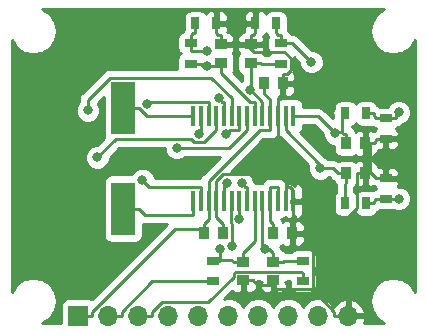
<source format=gtl>
G04 #@! TF.GenerationSoftware,KiCad,Pcbnew,(2018-02-15 revision 29b28de31)-makepkg*
G04 #@! TF.CreationDate,2019-01-06T21:13:36+03:00*
G04 #@! TF.ProjectId,CS5464_Breakout,4353353436345F427265616B6F75742E,rev?*
G04 #@! TF.SameCoordinates,Original*
G04 #@! TF.FileFunction,Copper,L1,Top,Signal*
G04 #@! TF.FilePolarity,Positive*
%FSLAX46Y46*%
G04 Gerber Fmt 4.6, Leading zero omitted, Abs format (unit mm)*
G04 Created by KiCad (PCBNEW (2018-02-15 revision 29b28de31)-makepkg) date 01/06/19 21:13:36*
%MOMM*%
%LPD*%
G01*
G04 APERTURE LIST*
%ADD10R,2.000000X4.500000*%
%ADD11R,1.000000X0.820000*%
%ADD12R,0.820000X1.000000*%
%ADD13R,1.700000X1.700000*%
%ADD14O,1.700000X1.700000*%
%ADD15R,0.450000X1.750000*%
%ADD16R,1.000000X0.670000*%
%ADD17R,0.670000X1.000000*%
%ADD18C,0.800000*%
%ADD19C,0.250000*%
%ADD20C,0.254000*%
G04 APERTURE END LIST*
D10*
X120650000Y-89095000D03*
X120650000Y-97595000D03*
D11*
X133350000Y-102070000D03*
X133350000Y-103670000D03*
X128905000Y-85255000D03*
X128905000Y-83655000D03*
X131445000Y-85255000D03*
X131445000Y-83655000D03*
D12*
X139535000Y-94615000D03*
X141135000Y-94615000D03*
X139535000Y-92075000D03*
X141135000Y-92075000D03*
X129070000Y-99695000D03*
X127470000Y-99695000D03*
X134950000Y-99695000D03*
X133350000Y-99695000D03*
X134150000Y-86995000D03*
X132550000Y-86995000D03*
D11*
X130810000Y-102070000D03*
X130810000Y-103670000D03*
D13*
X116840000Y-106680000D03*
D14*
X119380000Y-106680000D03*
X121920000Y-106680000D03*
X124460000Y-106680000D03*
X127000000Y-106680000D03*
X129540000Y-106680000D03*
X132080000Y-106680000D03*
X134620000Y-106680000D03*
X137160000Y-106680000D03*
X139700000Y-106680000D03*
D15*
X126585000Y-96945000D03*
X127235000Y-96945000D03*
X127885000Y-96945000D03*
X128535000Y-96945000D03*
X129185000Y-96945000D03*
X129835000Y-96945000D03*
X130485000Y-96945000D03*
X131135000Y-96945000D03*
X131785000Y-96945000D03*
X132435000Y-96945000D03*
X133085000Y-96945000D03*
X133735000Y-96945000D03*
X134385000Y-96945000D03*
X135035000Y-96945000D03*
X135035000Y-89745000D03*
X134385000Y-89745000D03*
X133735000Y-89745000D03*
X133085000Y-89745000D03*
X132435000Y-89745000D03*
X131785000Y-89745000D03*
X131135000Y-89745000D03*
X130485000Y-89745000D03*
X129835000Y-89745000D03*
X129185000Y-89745000D03*
X128535000Y-89745000D03*
X127885000Y-89745000D03*
X127235000Y-89745000D03*
X126585000Y-89745000D03*
D16*
X142875000Y-96760000D03*
X142875000Y-95010000D03*
X142875000Y-89930000D03*
X142875000Y-91680000D03*
D17*
X126760000Y-81915000D03*
X128510000Y-81915000D03*
X133590000Y-81915000D03*
X131840000Y-81915000D03*
D16*
X128270000Y-103745000D03*
X128270000Y-101995000D03*
X135890000Y-101995000D03*
X135890000Y-103745000D03*
X126365000Y-83580000D03*
X126365000Y-85330000D03*
X133985000Y-85330000D03*
X133985000Y-83580000D03*
D17*
X141210000Y-97155000D03*
X139460000Y-97155000D03*
X139460000Y-89535000D03*
X141210000Y-89535000D03*
D18*
X138566900Y-91216200D03*
X143979400Y-89431800D03*
X143996900Y-96760000D03*
X137312300Y-94185000D03*
X136569600Y-85186200D03*
X127767900Y-84240300D03*
X132614800Y-101007400D03*
X128822300Y-101024000D03*
X112000000Y-88000000D03*
X112000000Y-85000000D03*
X112000000Y-100000000D03*
X112000000Y-103000000D03*
X141000000Y-81000000D03*
X137000000Y-81000000D03*
X123000000Y-81000000D03*
X119000000Y-81000000D03*
X115000000Y-81000000D03*
X145000000Y-103000000D03*
X145000000Y-100000000D03*
X145000000Y-88000000D03*
X145000000Y-85000000D03*
X129359700Y-91267500D03*
X128735500Y-88244500D03*
X118455900Y-93258000D03*
X122651700Y-88700800D03*
X131376800Y-87529000D03*
X127700900Y-85520900D03*
X129416800Y-95445100D03*
X129835000Y-100728500D03*
X130485000Y-98450300D03*
X127087000Y-91241700D03*
X125179000Y-92457100D03*
X117645900Y-89277000D03*
X122275800Y-95150700D03*
X130705100Y-95452600D03*
D19*
X139460000Y-89535000D02*
X139129900Y-89535000D01*
X139535000Y-92075000D02*
X139535000Y-91249700D01*
X139129900Y-91128600D02*
X139129900Y-89535000D01*
X139251000Y-91249700D02*
X139129900Y-91128600D01*
X139535000Y-91249700D02*
X139251000Y-91249700D01*
X138654500Y-91128600D02*
X138566900Y-91216200D01*
X139129900Y-91128600D02*
X138654500Y-91128600D01*
X137095700Y-89745000D02*
X135035000Y-89745000D01*
X138566900Y-91216200D02*
X137095700Y-89745000D01*
X143700300Y-89710900D02*
X143979400Y-89431800D01*
X143700300Y-89930000D02*
X143700300Y-89710900D01*
X142875000Y-89930000D02*
X143700300Y-89930000D01*
X141870300Y-89750600D02*
X142049700Y-89930000D01*
X141870300Y-89535000D02*
X141870300Y-89750600D01*
X142875000Y-89930000D02*
X142049700Y-89930000D01*
X141210000Y-89535000D02*
X141870300Y-89535000D01*
X142875000Y-96760000D02*
X143996900Y-96760000D01*
X141870300Y-96939400D02*
X142049700Y-96760000D01*
X141870300Y-97155000D02*
X141870300Y-96939400D01*
X142875000Y-96760000D02*
X142049700Y-96760000D01*
X141210000Y-97155000D02*
X141870300Y-97155000D01*
X134385000Y-89745000D02*
X134385000Y-90945300D01*
X139460000Y-95515300D02*
X139535000Y-95440300D01*
X139460000Y-97155000D02*
X139460000Y-95515300D01*
X139535000Y-94615000D02*
X139535000Y-95440300D01*
X137312300Y-93872600D02*
X137312300Y-94185000D01*
X134385000Y-90945300D02*
X137312300Y-93872600D01*
X139535000Y-94615000D02*
X138799700Y-94615000D01*
X138369700Y-94185000D02*
X138799700Y-94615000D01*
X137312300Y-94185000D02*
X138369700Y-94185000D01*
X134963400Y-83580000D02*
X136569600Y-85186200D01*
X133985000Y-83580000D02*
X134963400Y-83580000D01*
X133769400Y-82919700D02*
X133985000Y-82919700D01*
X133590000Y-82740300D02*
X133769400Y-82919700D01*
X133590000Y-81915000D02*
X133590000Y-82740300D01*
X133985000Y-83580000D02*
X133985000Y-82919700D01*
X126544400Y-82740300D02*
X126760000Y-82740300D01*
X126365000Y-82919700D02*
X126544400Y-82740300D01*
X126760000Y-81915000D02*
X126760000Y-82740300D01*
X126365000Y-83249800D02*
X126365000Y-82919700D01*
X126365000Y-83249800D02*
X126365000Y-83580000D01*
X126365000Y-83580000D02*
X126365000Y-84240300D01*
X126365000Y-84240300D02*
X127767900Y-84240300D01*
X134250300Y-101995000D02*
X134175300Y-102070000D01*
X135890000Y-101995000D02*
X134250300Y-101995000D01*
X133350000Y-102070000D02*
X134175300Y-102070000D01*
X133350000Y-102070000D02*
X133350000Y-101334700D01*
X133022800Y-101007400D02*
X132614800Y-101007400D01*
X133022800Y-101007500D02*
X133022800Y-101007400D01*
X133350000Y-101334700D02*
X133022800Y-101007500D01*
X132435000Y-100827600D02*
X132435000Y-96945000D01*
X132614800Y-101007400D02*
X132435000Y-100827600D01*
X123095300Y-106312600D02*
X123095300Y-106680000D01*
X123903200Y-105504700D02*
X123095300Y-106312600D01*
X127816900Y-105504700D02*
X123903200Y-105504700D01*
X129984600Y-103337000D02*
X127816900Y-105504700D01*
X129984600Y-103090300D02*
X129984600Y-103337000D01*
X130140300Y-102934600D02*
X129984600Y-103090300D01*
X135739900Y-102934600D02*
X130140300Y-102934600D01*
X135890000Y-103084700D02*
X135739900Y-102934600D01*
X135890000Y-103745000D02*
X135890000Y-103084700D01*
X121920000Y-106680000D02*
X123095300Y-106680000D01*
X120555300Y-106312700D02*
X120555300Y-106680000D01*
X123123000Y-103745000D02*
X120555300Y-106312700D01*
X128270000Y-103745000D02*
X123123000Y-103745000D01*
X119380000Y-106680000D02*
X120555300Y-106680000D01*
X128725200Y-101995000D02*
X128822300Y-101897900D01*
X128270000Y-101995000D02*
X128725200Y-101995000D01*
X128822300Y-101897900D02*
X128822300Y-101024000D01*
X129812600Y-101897900D02*
X129984700Y-102070000D01*
X128822300Y-101897900D02*
X129812600Y-101897900D01*
X130810000Y-102070000D02*
X129984700Y-102070000D01*
X131785000Y-100359700D02*
X130810000Y-101334700D01*
X131785000Y-96945000D02*
X131785000Y-100359700D01*
X130810000Y-102070000D02*
X130810000Y-101334700D01*
X129070000Y-99695000D02*
X129070000Y-98869700D01*
X128535000Y-98334700D02*
X128535000Y-96945000D01*
X129070000Y-98869700D02*
X128535000Y-98334700D01*
X128535000Y-96945000D02*
X128535000Y-95744700D01*
X131445000Y-83655000D02*
X131032400Y-83655000D01*
X134150000Y-86995000D02*
X134150000Y-86169700D01*
X133735000Y-88235300D02*
X134150000Y-87820300D01*
X133735000Y-89745000D02*
X133735000Y-88235300D01*
X134150000Y-86995000D02*
X134150000Y-87820300D01*
X142049700Y-91895600D02*
X141870300Y-92075000D01*
X142049700Y-91680000D02*
X142049700Y-91895600D01*
X142875000Y-91680000D02*
X142049700Y-91680000D01*
X141502700Y-94615000D02*
X141502700Y-92075000D01*
X141135000Y-92075000D02*
X141502700Y-92075000D01*
X141502700Y-92075000D02*
X141870300Y-92075000D01*
X131660600Y-82919700D02*
X131445000Y-82919700D01*
X131840000Y-82740300D02*
X131660600Y-82919700D01*
X131840000Y-81915000D02*
X131840000Y-82740300D01*
X131445000Y-83655000D02*
X131445000Y-82919700D01*
X131032400Y-83655000D02*
X128905000Y-83655000D01*
X134480300Y-86169700D02*
X134150000Y-86169700D01*
X134810400Y-85839600D02*
X134480300Y-86169700D01*
X134810400Y-84852700D02*
X134810400Y-85839600D01*
X134263100Y-84305400D02*
X134810400Y-84852700D01*
X131682800Y-84305400D02*
X134263100Y-84305400D01*
X131032400Y-83655000D02*
X131682800Y-84305400D01*
X128689400Y-82919700D02*
X128905000Y-82919700D01*
X128510000Y-82740300D02*
X128689400Y-82919700D01*
X128510000Y-81915000D02*
X128510000Y-82740300D01*
X128905000Y-83655000D02*
X128905000Y-82919700D01*
X139700000Y-106680000D02*
X138524700Y-106680000D01*
X138524700Y-106312600D02*
X136617400Y-104405300D01*
X138524700Y-106680000D02*
X138524700Y-106312600D01*
X136617400Y-104405300D02*
X133350000Y-104405300D01*
X141135000Y-94615000D02*
X140399700Y-94615000D01*
X141135000Y-94615000D02*
X141318900Y-94615000D01*
X141318900Y-94615000D02*
X141502700Y-94615000D01*
X141654700Y-94615000D02*
X142049700Y-95010000D01*
X141502700Y-94615000D02*
X141654700Y-94615000D01*
X142875000Y-95010000D02*
X142049700Y-95010000D01*
X136715400Y-104307300D02*
X136617400Y-104405300D01*
X136715400Y-100725100D02*
X136715400Y-104307300D01*
X137235400Y-100725100D02*
X136715400Y-100725100D01*
X140399700Y-97560800D02*
X137235400Y-100725100D01*
X140399700Y-94615000D02*
X140399700Y-97560800D01*
X136715400Y-100725100D02*
X135685300Y-99695000D01*
X134950000Y-99695000D02*
X135037800Y-99695000D01*
X135037800Y-99695000D02*
X135685300Y-99695000D01*
X135037800Y-98148100D02*
X135037800Y-99695000D01*
X135035000Y-98145300D02*
X135037800Y-98148100D01*
X135035000Y-96945000D02*
X135035000Y-98145300D01*
X133350000Y-103670000D02*
X133350000Y-104037600D01*
X133350000Y-104037600D02*
X133350000Y-104405300D01*
X132002900Y-104037600D02*
X131635300Y-103670000D01*
X133350000Y-104037600D02*
X132002900Y-104037600D01*
X130810000Y-103670000D02*
X131635300Y-103670000D01*
X133735000Y-89745000D02*
X133735000Y-94689800D01*
X128535000Y-95233500D02*
X128535000Y-95744700D01*
X129078700Y-94689800D02*
X128535000Y-95233500D01*
X133735000Y-94689800D02*
X129078700Y-94689800D01*
X135035000Y-96945000D02*
X135035000Y-96344800D01*
X134385000Y-96945000D02*
X134385000Y-95744700D01*
X134797800Y-95744700D02*
X134385000Y-95744700D01*
X135035000Y-95981900D02*
X134797800Y-95744700D01*
X135035000Y-96344800D02*
X135035000Y-95981900D01*
X134385000Y-95339800D02*
X134385000Y-95744700D01*
X133735000Y-94689800D02*
X134385000Y-95339800D01*
X122525600Y-98145300D02*
X121975300Y-97595000D01*
X126585000Y-98145300D02*
X122525600Y-98145300D01*
X126585000Y-96945000D02*
X126585000Y-98145300D01*
X120650000Y-97595000D02*
X121975300Y-97595000D01*
X129681900Y-90945300D02*
X129359700Y-91267500D01*
X130485000Y-90945300D02*
X129681900Y-90945300D01*
X130485000Y-89745000D02*
X130485000Y-90945300D01*
X129035700Y-88544700D02*
X128735500Y-88244500D01*
X129185000Y-88544700D02*
X129035700Y-88544700D01*
X129185000Y-89745000D02*
X129185000Y-88544700D01*
X128535000Y-89745000D02*
X128535000Y-90945300D01*
X127509500Y-91970800D02*
X128535000Y-90945300D01*
X126612800Y-91970800D02*
X127509500Y-91970800D01*
X126357800Y-91715800D02*
X126612800Y-91970800D01*
X119998100Y-91715800D02*
X126357800Y-91715800D01*
X118455900Y-93258000D02*
X119998100Y-91715800D01*
X127885000Y-89745000D02*
X127885000Y-88544700D01*
X122807800Y-88544700D02*
X122651700Y-88700800D01*
X127885000Y-88544700D02*
X122807800Y-88544700D01*
X122625300Y-89745000D02*
X121975300Y-89095000D01*
X126585000Y-89745000D02*
X122625300Y-89745000D01*
X120650000Y-89095000D02*
X121975300Y-89095000D01*
X132435000Y-89745000D02*
X132435000Y-88544700D01*
X131445000Y-87529000D02*
X131376800Y-87529000D01*
X131445000Y-87554700D02*
X131445000Y-87529000D01*
X132435000Y-88544700D02*
X131445000Y-87554700D01*
X131445000Y-87529000D02*
X131445000Y-85255000D01*
X132345300Y-85330000D02*
X132270300Y-85255000D01*
X133985000Y-85330000D02*
X132345300Y-85330000D01*
X131445000Y-85255000D02*
X132270300Y-85255000D01*
X131785000Y-89745000D02*
X131785000Y-88544700D01*
X128905000Y-85255000D02*
X128905000Y-85520900D01*
X128905000Y-85520900D02*
X128905000Y-85990300D01*
X126365000Y-85330000D02*
X127190300Y-85330000D01*
X128905000Y-85520900D02*
X127700900Y-85520900D01*
X127381200Y-85520900D02*
X127190300Y-85330000D01*
X127700900Y-85520900D02*
X127381200Y-85520900D01*
X131366800Y-88544700D02*
X131785000Y-88544700D01*
X128905000Y-86082900D02*
X131366800Y-88544700D01*
X128905000Y-85990300D02*
X128905000Y-86082900D01*
X129185000Y-95676900D02*
X129416800Y-95445100D01*
X129185000Y-96945000D02*
X129185000Y-95676900D01*
X129835000Y-98891300D02*
X129835000Y-100728500D01*
X129751600Y-98807900D02*
X129835000Y-98891300D01*
X129751600Y-97028400D02*
X129751600Y-98807900D01*
X129835000Y-96945000D02*
X129751600Y-97028400D01*
X130485000Y-96945000D02*
X130485000Y-98450300D01*
X133085000Y-98604700D02*
X133350000Y-98869700D01*
X133085000Y-96945000D02*
X133085000Y-98604700D01*
X133350000Y-99695000D02*
X133350000Y-98869700D01*
X133735000Y-95744700D02*
X133085000Y-95744700D01*
X133735000Y-96945000D02*
X133735000Y-95744700D01*
X133085000Y-96945000D02*
X133085000Y-95744700D01*
X127235000Y-91093700D02*
X127087000Y-91241700D01*
X127235000Y-89745000D02*
X127235000Y-91093700D01*
X132550000Y-86995000D02*
X132550000Y-87820300D01*
X127885000Y-98454700D02*
X127470000Y-98869700D01*
X127885000Y-96945000D02*
X127885000Y-98454700D01*
X133085000Y-88355300D02*
X133085000Y-89745000D01*
X132550000Y-87820300D02*
X133085000Y-88355300D01*
X133085000Y-89745000D02*
X133085000Y-90945300D01*
X127885000Y-96945000D02*
X127885000Y-95744700D01*
X132186300Y-90945300D02*
X133085000Y-90945300D01*
X127885000Y-95246600D02*
X132186300Y-90945300D01*
X127885000Y-95744700D02*
X127885000Y-95246600D01*
X127470000Y-99695000D02*
X127470000Y-99282300D01*
X127470000Y-99282300D02*
X127470000Y-98869700D01*
X118015300Y-106312700D02*
X118015300Y-106680000D01*
X125045700Y-99282300D02*
X118015300Y-106312700D01*
X127470000Y-99282300D02*
X125045700Y-99282300D01*
X116840000Y-106680000D02*
X118015300Y-106680000D01*
X131135000Y-89745000D02*
X131135000Y-90945300D01*
X129623200Y-92457100D02*
X131135000Y-90945300D01*
X125179000Y-92457100D02*
X129623200Y-92457100D01*
X117645900Y-88386000D02*
X117645900Y-89277000D01*
X119535900Y-86496000D02*
X117645900Y-88386000D01*
X128089400Y-86496000D02*
X119535900Y-86496000D01*
X129835000Y-88241600D02*
X128089400Y-86496000D01*
X129835000Y-89745000D02*
X129835000Y-88241600D01*
X127235000Y-96945000D02*
X127235000Y-95744700D01*
X122869800Y-95744700D02*
X122275800Y-95150700D01*
X127235000Y-95744700D02*
X122869800Y-95744700D01*
X130997200Y-95744700D02*
X130705100Y-95452600D01*
X131135000Y-95744700D02*
X130997200Y-95744700D01*
X131135000Y-96945000D02*
X131135000Y-95744700D01*
D20*
G36*
X142752287Y-80720719D02*
X142109929Y-81149929D01*
X141680719Y-81792287D01*
X141530000Y-82550000D01*
X141680719Y-83307713D01*
X142109929Y-83950071D01*
X142752287Y-84379281D01*
X143510000Y-84530000D01*
X144267713Y-84379281D01*
X144910071Y-83950071D01*
X145339281Y-83307713D01*
X145340001Y-83304094D01*
X145340000Y-104655902D01*
X145339281Y-104652287D01*
X144910071Y-104009929D01*
X144267713Y-103580719D01*
X143510000Y-103430000D01*
X142752287Y-103580719D01*
X142109929Y-104009929D01*
X141680719Y-104652287D01*
X141530000Y-105410000D01*
X141680719Y-106167713D01*
X142109929Y-106810071D01*
X142752287Y-107239281D01*
X142755902Y-107240000D01*
X141046101Y-107240000D01*
X141141486Y-107036892D01*
X141020819Y-106807000D01*
X139827000Y-106807000D01*
X139827000Y-106827000D01*
X139573000Y-106827000D01*
X139573000Y-106807000D01*
X139553000Y-106807000D01*
X139553000Y-106553000D01*
X139573000Y-106553000D01*
X139573000Y-105359845D01*
X139827000Y-105359845D01*
X139827000Y-106553000D01*
X141020819Y-106553000D01*
X141141486Y-106323108D01*
X140895183Y-105798642D01*
X140466924Y-105408355D01*
X140056890Y-105238524D01*
X139827000Y-105359845D01*
X139573000Y-105359845D01*
X139343110Y-105238524D01*
X138933076Y-105408355D01*
X138504817Y-105798642D01*
X138443843Y-105928478D01*
X138230625Y-105609375D01*
X137739418Y-105281161D01*
X137306256Y-105195000D01*
X137013744Y-105195000D01*
X136580582Y-105281161D01*
X136089375Y-105609375D01*
X135890000Y-105907761D01*
X135690625Y-105609375D01*
X135199418Y-105281161D01*
X134766256Y-105195000D01*
X134473744Y-105195000D01*
X134040582Y-105281161D01*
X133549375Y-105609375D01*
X133350000Y-105907761D01*
X133150625Y-105609375D01*
X132659418Y-105281161D01*
X132226256Y-105195000D01*
X131933744Y-105195000D01*
X131500582Y-105281161D01*
X131009375Y-105609375D01*
X130810000Y-105907761D01*
X130610625Y-105609375D01*
X130119418Y-105281161D01*
X129686256Y-105195000D01*
X129393744Y-105195000D01*
X129153642Y-105242759D01*
X129864188Y-104532214D01*
X129950301Y-104618327D01*
X130183690Y-104715000D01*
X130524250Y-104715000D01*
X130683000Y-104556250D01*
X130683000Y-103797000D01*
X130663000Y-103797000D01*
X130663000Y-103694600D01*
X130957000Y-103694600D01*
X130957000Y-103797000D01*
X130937000Y-103797000D01*
X130937000Y-104556250D01*
X131095750Y-104715000D01*
X131436310Y-104715000D01*
X131669699Y-104618327D01*
X131848327Y-104439698D01*
X131945000Y-104206309D01*
X131945000Y-103955750D01*
X131786252Y-103797002D01*
X131945000Y-103797002D01*
X131945000Y-103694600D01*
X132215000Y-103694600D01*
X132215000Y-103797002D01*
X132373748Y-103797002D01*
X132215000Y-103955750D01*
X132215000Y-104206309D01*
X132311673Y-104439698D01*
X132490301Y-104618327D01*
X132723690Y-104715000D01*
X133064250Y-104715000D01*
X133223000Y-104556250D01*
X133223000Y-103797000D01*
X133203000Y-103797000D01*
X133203000Y-103694600D01*
X133497000Y-103694600D01*
X133497000Y-103797000D01*
X133477000Y-103797000D01*
X133477000Y-104556250D01*
X133635750Y-104715000D01*
X133976310Y-104715000D01*
X134209699Y-104618327D01*
X134388327Y-104439698D01*
X134485000Y-104206309D01*
X134485000Y-103955750D01*
X134326252Y-103797002D01*
X134485000Y-103797002D01*
X134485000Y-103694600D01*
X134742560Y-103694600D01*
X134742560Y-104080000D01*
X134791843Y-104327765D01*
X134932191Y-104537809D01*
X135142235Y-104678157D01*
X135390000Y-104727440D01*
X136390000Y-104727440D01*
X136637765Y-104678157D01*
X136847809Y-104537809D01*
X136988157Y-104327765D01*
X137037440Y-104080000D01*
X137037440Y-103410000D01*
X136988157Y-103162235D01*
X136847809Y-102952191D01*
X136724802Y-102870000D01*
X136847809Y-102787809D01*
X136988157Y-102577765D01*
X137037440Y-102330000D01*
X137037440Y-101660000D01*
X136988157Y-101412235D01*
X136847809Y-101202191D01*
X136637765Y-101061843D01*
X136390000Y-101012560D01*
X135390000Y-101012560D01*
X135142235Y-101061843D01*
X134932191Y-101202191D01*
X134910269Y-101235000D01*
X134329731Y-101235000D01*
X134307809Y-101202191D01*
X134097765Y-101061843D01*
X134069496Y-101056220D01*
X134065904Y-101038162D01*
X133978684Y-100907629D01*
X133914581Y-100811692D01*
X134007765Y-100793157D01*
X134147058Y-100700083D01*
X134180302Y-100733327D01*
X134413691Y-100830000D01*
X134664250Y-100830000D01*
X134823000Y-100671250D01*
X134823000Y-99822000D01*
X135077000Y-99822000D01*
X135077000Y-100671250D01*
X135235750Y-100830000D01*
X135486309Y-100830000D01*
X135719698Y-100733327D01*
X135898327Y-100554699D01*
X135995000Y-100321310D01*
X135995000Y-99980750D01*
X135836250Y-99822000D01*
X135077000Y-99822000D01*
X134823000Y-99822000D01*
X134803000Y-99822000D01*
X134803000Y-99568000D01*
X134823000Y-99568000D01*
X134823000Y-98718750D01*
X135077000Y-98718750D01*
X135077000Y-99568000D01*
X135836250Y-99568000D01*
X135995000Y-99409250D01*
X135995000Y-99068690D01*
X135898327Y-98835301D01*
X135719698Y-98656673D01*
X135486309Y-98560000D01*
X135235750Y-98560000D01*
X135077000Y-98718750D01*
X134823000Y-98718750D01*
X134664250Y-98560000D01*
X134413691Y-98560000D01*
X134180302Y-98656673D01*
X134147058Y-98689917D01*
X134080248Y-98645275D01*
X134065904Y-98573163D01*
X133991125Y-98461249D01*
X134030073Y-98453502D01*
X134033690Y-98455000D01*
X134113750Y-98455000D01*
X134136397Y-98432353D01*
X134207765Y-98418157D01*
X134389020Y-98297045D01*
X134450301Y-98358327D01*
X134636847Y-98435597D01*
X134656250Y-98455000D01*
X134763750Y-98455000D01*
X134783153Y-98435597D01*
X134969699Y-98358327D01*
X135147500Y-98180525D01*
X135147500Y-98296250D01*
X135306250Y-98455000D01*
X135386310Y-98455000D01*
X135619699Y-98358327D01*
X135798327Y-98179698D01*
X135895000Y-97946309D01*
X135895000Y-97230750D01*
X135736250Y-97072000D01*
X135147500Y-97072000D01*
X135147500Y-97133250D01*
X135086250Y-97072000D01*
X134888000Y-97072000D01*
X134888000Y-96818000D01*
X135086250Y-96818000D01*
X135147500Y-96756750D01*
X135147500Y-96818000D01*
X135736250Y-96818000D01*
X135895000Y-96659250D01*
X135895000Y-95943691D01*
X135798327Y-95710302D01*
X135619699Y-95531673D01*
X135386310Y-95435000D01*
X135306250Y-95435000D01*
X135147500Y-95593750D01*
X135147500Y-95709475D01*
X134969699Y-95531673D01*
X134783153Y-95454403D01*
X134763750Y-95435000D01*
X134656250Y-95435000D01*
X134636847Y-95454403D01*
X134512002Y-95506115D01*
X134512002Y-95435000D01*
X134442109Y-95435000D01*
X134282929Y-95196771D01*
X134031537Y-95028796D01*
X133809852Y-94984700D01*
X133735000Y-94969811D01*
X133660148Y-94984700D01*
X133159852Y-94984700D01*
X133085000Y-94969811D01*
X133010148Y-94984700D01*
X132788463Y-95028796D01*
X132537071Y-95196771D01*
X132386203Y-95422560D01*
X132210000Y-95422560D01*
X132110000Y-95442451D01*
X132010000Y-95422560D01*
X131833797Y-95422560D01*
X131740100Y-95282333D01*
X131740100Y-95246726D01*
X131582531Y-94866320D01*
X131291380Y-94575169D01*
X130910974Y-94417600D01*
X130499226Y-94417600D01*
X130118820Y-94575169D01*
X130064700Y-94629289D01*
X130003080Y-94567669D01*
X129745447Y-94460954D01*
X132501102Y-91705300D01*
X133010148Y-91705300D01*
X133085000Y-91720189D01*
X133381537Y-91661204D01*
X133632929Y-91493229D01*
X133735000Y-91340469D01*
X133791574Y-91425136D01*
X133837072Y-91493229D01*
X133900528Y-91535629D01*
X136296843Y-93931945D01*
X136277300Y-93979126D01*
X136277300Y-94390874D01*
X136434869Y-94771280D01*
X136726020Y-95062431D01*
X137106426Y-95220000D01*
X137518174Y-95220000D01*
X137898580Y-95062431D01*
X138016011Y-94945000D01*
X138054899Y-94945000D01*
X138209369Y-95099470D01*
X138251771Y-95162929D01*
X138377182Y-95246726D01*
X138503162Y-95330904D01*
X138521220Y-95334496D01*
X138526843Y-95362765D01*
X138667191Y-95572809D01*
X138700001Y-95594732D01*
X138700001Y-96175268D01*
X138667191Y-96197191D01*
X138526843Y-96407235D01*
X138477560Y-96655000D01*
X138477560Y-97655000D01*
X138526843Y-97902765D01*
X138667191Y-98112809D01*
X138877235Y-98253157D01*
X139125000Y-98302440D01*
X139795000Y-98302440D01*
X140042765Y-98253157D01*
X140252809Y-98112809D01*
X140335000Y-97989802D01*
X140417191Y-98112809D01*
X140627235Y-98253157D01*
X140875000Y-98302440D01*
X141545000Y-98302440D01*
X141792765Y-98253157D01*
X142002809Y-98112809D01*
X142143157Y-97902765D01*
X142148780Y-97874496D01*
X142166837Y-97870904D01*
X142362745Y-97740002D01*
X142375000Y-97742440D01*
X143375000Y-97742440D01*
X143570333Y-97703586D01*
X143791026Y-97795000D01*
X144202774Y-97795000D01*
X144583180Y-97637431D01*
X144874331Y-97346280D01*
X145031900Y-96965874D01*
X145031900Y-96554126D01*
X144874331Y-96173720D01*
X144583180Y-95882569D01*
X144202774Y-95725000D01*
X143893025Y-95725000D01*
X143913327Y-95704698D01*
X144010000Y-95471309D01*
X144010000Y-95295750D01*
X143851250Y-95137000D01*
X143002000Y-95137000D01*
X143002000Y-95157000D01*
X142748000Y-95157000D01*
X142748000Y-95137000D01*
X142728000Y-95137000D01*
X142728000Y-94883000D01*
X142748000Y-94883000D01*
X142748000Y-94198750D01*
X143002000Y-94198750D01*
X143002000Y-94883000D01*
X143851250Y-94883000D01*
X144010000Y-94724250D01*
X144010000Y-94548691D01*
X143913327Y-94315302D01*
X143734699Y-94136673D01*
X143501310Y-94040000D01*
X143160750Y-94040000D01*
X143002000Y-94198750D01*
X142748000Y-94198750D01*
X142589250Y-94040000D01*
X142248690Y-94040000D01*
X142180000Y-94068452D01*
X142180000Y-93988690D01*
X142083327Y-93755301D01*
X141904698Y-93576673D01*
X141671309Y-93480000D01*
X141420750Y-93480000D01*
X141262000Y-93638750D01*
X141262000Y-94488000D01*
X141282000Y-94488000D01*
X141282000Y-94742000D01*
X141262000Y-94742000D01*
X141262000Y-95591250D01*
X141420750Y-95750000D01*
X141671309Y-95750000D01*
X141828473Y-95684901D01*
X141836673Y-95704698D01*
X142015301Y-95883327D01*
X142032216Y-95890333D01*
X141917191Y-95967191D01*
X141883070Y-96018256D01*
X141753163Y-96044096D01*
X141747547Y-96047849D01*
X141545000Y-96007560D01*
X140875000Y-96007560D01*
X140627235Y-96056843D01*
X140417191Y-96197191D01*
X140335000Y-96320198D01*
X140252809Y-96197191D01*
X140220000Y-96175269D01*
X140220000Y-95783088D01*
X140250904Y-95736837D01*
X140265248Y-95664725D01*
X140332058Y-95620083D01*
X140365302Y-95653327D01*
X140598691Y-95750000D01*
X140849250Y-95750000D01*
X141008000Y-95591250D01*
X141008000Y-94742000D01*
X140988000Y-94742000D01*
X140988000Y-94488000D01*
X141008000Y-94488000D01*
X141008000Y-93638750D01*
X140849250Y-93480000D01*
X140598691Y-93480000D01*
X140365302Y-93576673D01*
X140332058Y-93609917D01*
X140192765Y-93516843D01*
X139945000Y-93467560D01*
X139125000Y-93467560D01*
X138877235Y-93516843D01*
X138807465Y-93563462D01*
X138666237Y-93469096D01*
X138444552Y-93425000D01*
X138444547Y-93425000D01*
X138369700Y-93410112D01*
X138294853Y-93425000D01*
X138016011Y-93425000D01*
X137898580Y-93307569D01*
X137767973Y-93253470D01*
X135642578Y-91128077D01*
X135717809Y-91077809D01*
X135858157Y-90867765D01*
X135907440Y-90620000D01*
X135907440Y-90505000D01*
X136780899Y-90505000D01*
X137531900Y-91256002D01*
X137531900Y-91422074D01*
X137689469Y-91802480D01*
X137980620Y-92093631D01*
X138361026Y-92251200D01*
X138477560Y-92251200D01*
X138477560Y-92575000D01*
X138526843Y-92822765D01*
X138667191Y-93032809D01*
X138877235Y-93173157D01*
X139125000Y-93222440D01*
X139945000Y-93222440D01*
X140192765Y-93173157D01*
X140332058Y-93080083D01*
X140365302Y-93113327D01*
X140598691Y-93210000D01*
X140849250Y-93210000D01*
X141008000Y-93051250D01*
X141008000Y-92202000D01*
X140988000Y-92202000D01*
X140988000Y-91948000D01*
X141008000Y-91948000D01*
X141008000Y-91098750D01*
X140849250Y-90940000D01*
X140598691Y-90940000D01*
X140365302Y-91036673D01*
X140332058Y-91069917D01*
X140265248Y-91025275D01*
X140250904Y-90953163D01*
X140082929Y-90701771D01*
X139994584Y-90642741D01*
X140042765Y-90633157D01*
X140252809Y-90492809D01*
X140335000Y-90369802D01*
X140417191Y-90492809D01*
X140627235Y-90633157D01*
X140875000Y-90682440D01*
X141545000Y-90682440D01*
X141747547Y-90642151D01*
X141753163Y-90645904D01*
X141883070Y-90671744D01*
X141917191Y-90722809D01*
X142032216Y-90799667D01*
X142015301Y-90806673D01*
X141836673Y-90985302D01*
X141828473Y-91005099D01*
X141671309Y-90940000D01*
X141420750Y-90940000D01*
X141262000Y-91098750D01*
X141262000Y-91948000D01*
X141282000Y-91948000D01*
X141282000Y-92202000D01*
X141262000Y-92202000D01*
X141262000Y-93051250D01*
X141420750Y-93210000D01*
X141671309Y-93210000D01*
X141904698Y-93113327D01*
X142083327Y-92934699D01*
X142180000Y-92701310D01*
X142180000Y-92621548D01*
X142248690Y-92650000D01*
X142589250Y-92650000D01*
X142748000Y-92491250D01*
X142748000Y-91807000D01*
X143002000Y-91807000D01*
X143002000Y-92491250D01*
X143160750Y-92650000D01*
X143501310Y-92650000D01*
X143734699Y-92553327D01*
X143913327Y-92374698D01*
X144010000Y-92141309D01*
X144010000Y-91965750D01*
X143851250Y-91807000D01*
X143002000Y-91807000D01*
X142748000Y-91807000D01*
X142728000Y-91807000D01*
X142728000Y-91553000D01*
X142748000Y-91553000D01*
X142748000Y-91533000D01*
X143002000Y-91533000D01*
X143002000Y-91553000D01*
X143851250Y-91553000D01*
X144010000Y-91394250D01*
X144010000Y-91218691D01*
X143913327Y-90985302D01*
X143734699Y-90806673D01*
X143717784Y-90799667D01*
X143832809Y-90722809D01*
X143866930Y-90671744D01*
X143996837Y-90645904D01*
X144248229Y-90477929D01*
X144282603Y-90426485D01*
X144565680Y-90309231D01*
X144856831Y-90018080D01*
X145014400Y-89637674D01*
X145014400Y-89225926D01*
X144856831Y-88845520D01*
X144565680Y-88554369D01*
X144185274Y-88396800D01*
X143773526Y-88396800D01*
X143393120Y-88554369D01*
X143101969Y-88845520D01*
X143059703Y-88947560D01*
X142375000Y-88947560D01*
X142362745Y-88949998D01*
X142166837Y-88819096D01*
X142148780Y-88815504D01*
X142143157Y-88787235D01*
X142002809Y-88577191D01*
X141792765Y-88436843D01*
X141545000Y-88387560D01*
X140875000Y-88387560D01*
X140627235Y-88436843D01*
X140417191Y-88577191D01*
X140335000Y-88700198D01*
X140252809Y-88577191D01*
X140042765Y-88436843D01*
X139795000Y-88387560D01*
X139125000Y-88387560D01*
X138877235Y-88436843D01*
X138667191Y-88577191D01*
X138526843Y-88787235D01*
X138477560Y-89035000D01*
X138477560Y-89143333D01*
X138413996Y-89238463D01*
X138355011Y-89535000D01*
X138369901Y-89609856D01*
X138369901Y-89944399D01*
X137686031Y-89260530D01*
X137643629Y-89197071D01*
X137392237Y-89029096D01*
X137170552Y-88985000D01*
X137170547Y-88985000D01*
X137095700Y-88970112D01*
X137020853Y-88985000D01*
X135907440Y-88985000D01*
X135907440Y-88870000D01*
X135858157Y-88622235D01*
X135717809Y-88412191D01*
X135507765Y-88271843D01*
X135260000Y-88222560D01*
X134810000Y-88222560D01*
X134710000Y-88242451D01*
X134610000Y-88222560D01*
X134160000Y-88222560D01*
X134089927Y-88236498D01*
X134086310Y-88235000D01*
X134006250Y-88235000D01*
X133983603Y-88257647D01*
X133912235Y-88271843D01*
X133862002Y-88305408D01*
X133862002Y-88235000D01*
X133835960Y-88235000D01*
X133815074Y-88130000D01*
X133864250Y-88130000D01*
X134023000Y-87971250D01*
X134023000Y-87122000D01*
X134277000Y-87122000D01*
X134277000Y-87971250D01*
X134435750Y-88130000D01*
X134686309Y-88130000D01*
X134919698Y-88033327D01*
X135098327Y-87854699D01*
X135195000Y-87621310D01*
X135195000Y-87280750D01*
X135036250Y-87122000D01*
X134277000Y-87122000D01*
X134023000Y-87122000D01*
X134003000Y-87122000D01*
X134003000Y-86868000D01*
X134023000Y-86868000D01*
X134023000Y-86848000D01*
X134277000Y-86848000D01*
X134277000Y-86868000D01*
X135036250Y-86868000D01*
X135195000Y-86709250D01*
X135195000Y-86368690D01*
X135098327Y-86135301D01*
X135000097Y-86037072D01*
X135083157Y-85912765D01*
X135132440Y-85665000D01*
X135132440Y-84995000D01*
X135089941Y-84781343D01*
X135534600Y-85226002D01*
X135534600Y-85392074D01*
X135692169Y-85772480D01*
X135983320Y-86063631D01*
X136363726Y-86221200D01*
X136775474Y-86221200D01*
X137155880Y-86063631D01*
X137447031Y-85772480D01*
X137604600Y-85392074D01*
X137604600Y-84980326D01*
X137447031Y-84599920D01*
X137155880Y-84308769D01*
X136775474Y-84151200D01*
X136609402Y-84151200D01*
X135553731Y-83095530D01*
X135511329Y-83032071D01*
X135259937Y-82864096D01*
X135038252Y-82820000D01*
X135038247Y-82820000D01*
X134963400Y-82805112D01*
X134955794Y-82806625D01*
X134942809Y-82787191D01*
X134732765Y-82646843D01*
X134704496Y-82641220D01*
X134700904Y-82623163D01*
X134570002Y-82427255D01*
X134572440Y-82415000D01*
X134572440Y-81415000D01*
X134523157Y-81167235D01*
X134382809Y-80957191D01*
X134172765Y-80816843D01*
X133925000Y-80767560D01*
X133255000Y-80767560D01*
X133007235Y-80816843D01*
X132797191Y-80957191D01*
X132720333Y-81072216D01*
X132713327Y-81055301D01*
X132534698Y-80876673D01*
X132301309Y-80780000D01*
X132125750Y-80780000D01*
X131967000Y-80938750D01*
X131967000Y-81788000D01*
X131987000Y-81788000D01*
X131987000Y-82042000D01*
X131967000Y-82042000D01*
X131967000Y-82062000D01*
X131713000Y-82062000D01*
X131713000Y-82042000D01*
X131028750Y-82042000D01*
X130870000Y-82200750D01*
X130870000Y-82541310D01*
X130898452Y-82610000D01*
X130818690Y-82610000D01*
X130585301Y-82706673D01*
X130406673Y-82885302D01*
X130310000Y-83118691D01*
X130310000Y-83369250D01*
X130468750Y-83528000D01*
X131318000Y-83528000D01*
X131318000Y-83508000D01*
X131572000Y-83508000D01*
X131572000Y-83528000D01*
X132421250Y-83528000D01*
X132580000Y-83369250D01*
X132580000Y-83118691D01*
X132514901Y-82961527D01*
X132534698Y-82953327D01*
X132713327Y-82774699D01*
X132720333Y-82757784D01*
X132797191Y-82872809D01*
X132848256Y-82906930D01*
X132869387Y-83013157D01*
X132874097Y-83036837D01*
X132877849Y-83042452D01*
X132837560Y-83245000D01*
X132837560Y-83915000D01*
X132886843Y-84162765D01*
X133027191Y-84372809D01*
X133150198Y-84455000D01*
X133027191Y-84537191D01*
X133005269Y-84570000D01*
X132613088Y-84570000D01*
X132566837Y-84539096D01*
X132494725Y-84524752D01*
X132450083Y-84457942D01*
X132483327Y-84424698D01*
X132580000Y-84191309D01*
X132580000Y-83940750D01*
X132421250Y-83782000D01*
X131572000Y-83782000D01*
X131572000Y-83802000D01*
X131318000Y-83802000D01*
X131318000Y-83782000D01*
X130468750Y-83782000D01*
X130310000Y-83940750D01*
X130310000Y-84191309D01*
X130406673Y-84424698D01*
X130439917Y-84457942D01*
X130346843Y-84597235D01*
X130297560Y-84845000D01*
X130297560Y-85665000D01*
X130346843Y-85912765D01*
X130487191Y-86122809D01*
X130685001Y-86254982D01*
X130685000Y-86757089D01*
X130669495Y-86772594D01*
X129925655Y-86028754D01*
X130003157Y-85912765D01*
X130052440Y-85665000D01*
X130052440Y-84845000D01*
X130003157Y-84597235D01*
X129910083Y-84457942D01*
X129943327Y-84424698D01*
X130040000Y-84191309D01*
X130040000Y-83940750D01*
X129881250Y-83782000D01*
X129032000Y-83782000D01*
X129032000Y-83802000D01*
X128778000Y-83802000D01*
X128778000Y-83782000D01*
X128758000Y-83782000D01*
X128758000Y-83528000D01*
X128778000Y-83528000D01*
X128778000Y-83508000D01*
X129032000Y-83508000D01*
X129032000Y-83528000D01*
X129881250Y-83528000D01*
X130040000Y-83369250D01*
X130040000Y-83118691D01*
X129943327Y-82885302D01*
X129764699Y-82706673D01*
X129531310Y-82610000D01*
X129451548Y-82610000D01*
X129480000Y-82541310D01*
X129480000Y-82200750D01*
X129321250Y-82042000D01*
X128637000Y-82042000D01*
X128637000Y-82062000D01*
X128383000Y-82062000D01*
X128383000Y-82042000D01*
X128363000Y-82042000D01*
X128363000Y-81788000D01*
X128383000Y-81788000D01*
X128383000Y-80938750D01*
X128637000Y-80938750D01*
X128637000Y-81788000D01*
X129321250Y-81788000D01*
X129480000Y-81629250D01*
X129480000Y-81288690D01*
X130870000Y-81288690D01*
X130870000Y-81629250D01*
X131028750Y-81788000D01*
X131713000Y-81788000D01*
X131713000Y-80938750D01*
X131554250Y-80780000D01*
X131378691Y-80780000D01*
X131145302Y-80876673D01*
X130966673Y-81055301D01*
X130870000Y-81288690D01*
X129480000Y-81288690D01*
X129383327Y-81055301D01*
X129204698Y-80876673D01*
X128971309Y-80780000D01*
X128795750Y-80780000D01*
X128637000Y-80938750D01*
X128383000Y-80938750D01*
X128224250Y-80780000D01*
X128048691Y-80780000D01*
X127815302Y-80876673D01*
X127636673Y-81055301D01*
X127629667Y-81072216D01*
X127552809Y-80957191D01*
X127342765Y-80816843D01*
X127095000Y-80767560D01*
X126425000Y-80767560D01*
X126177235Y-80816843D01*
X125967191Y-80957191D01*
X125826843Y-81167235D01*
X125777560Y-81415000D01*
X125777560Y-82415000D01*
X125779998Y-82427255D01*
X125649096Y-82623163D01*
X125645504Y-82641220D01*
X125617235Y-82646843D01*
X125407191Y-82787191D01*
X125266843Y-82997235D01*
X125217560Y-83245000D01*
X125217560Y-83915000D01*
X125266843Y-84162765D01*
X125407191Y-84372809D01*
X125530198Y-84455000D01*
X125407191Y-84537191D01*
X125266843Y-84747235D01*
X125217560Y-84995000D01*
X125217560Y-85665000D01*
X125231683Y-85736000D01*
X119610748Y-85736000D01*
X119535900Y-85721112D01*
X119461052Y-85736000D01*
X119461048Y-85736000D01*
X119239363Y-85780096D01*
X118987971Y-85948071D01*
X118945571Y-86011527D01*
X117161430Y-87795669D01*
X117097971Y-87838071D01*
X116929996Y-88089464D01*
X116885900Y-88311149D01*
X116885900Y-88311153D01*
X116871012Y-88386000D01*
X116885900Y-88460848D01*
X116885900Y-88573289D01*
X116768469Y-88690720D01*
X116610900Y-89071126D01*
X116610900Y-89482874D01*
X116768469Y-89863280D01*
X117059620Y-90154431D01*
X117440026Y-90312000D01*
X117851774Y-90312000D01*
X118232180Y-90154431D01*
X118523331Y-89863280D01*
X118680900Y-89482874D01*
X118680900Y-89071126D01*
X118523331Y-88690720D01*
X118469656Y-88637045D01*
X119002560Y-88104141D01*
X119002560Y-91345000D01*
X119050929Y-91588169D01*
X118416099Y-92223000D01*
X118250026Y-92223000D01*
X117869620Y-92380569D01*
X117578469Y-92671720D01*
X117420900Y-93052126D01*
X117420900Y-93463874D01*
X117578469Y-93844280D01*
X117869620Y-94135431D01*
X118250026Y-94293000D01*
X118661774Y-94293000D01*
X119042180Y-94135431D01*
X119333331Y-93844280D01*
X119490900Y-93463874D01*
X119490900Y-93297801D01*
X120312902Y-92475800D01*
X124144000Y-92475800D01*
X124144000Y-92662974D01*
X124301569Y-93043380D01*
X124592720Y-93334531D01*
X124973126Y-93492100D01*
X125384874Y-93492100D01*
X125765280Y-93334531D01*
X125882711Y-93217100D01*
X128839699Y-93217100D01*
X127400528Y-94656271D01*
X127337072Y-94698671D01*
X127169096Y-94950063D01*
X127162291Y-94984274D01*
X127160148Y-94984700D01*
X123310800Y-94984700D01*
X123310800Y-94944826D01*
X123153231Y-94564420D01*
X122862080Y-94273269D01*
X122481674Y-94115700D01*
X122069926Y-94115700D01*
X121689520Y-94273269D01*
X121398369Y-94564420D01*
X121343221Y-94697560D01*
X119650000Y-94697560D01*
X119402235Y-94746843D01*
X119192191Y-94887191D01*
X119051843Y-95097235D01*
X119002560Y-95345000D01*
X119002560Y-99845000D01*
X119051843Y-100092765D01*
X119192191Y-100302809D01*
X119402235Y-100443157D01*
X119650000Y-100492440D01*
X121650000Y-100492440D01*
X121897765Y-100443157D01*
X122107809Y-100302809D01*
X122248157Y-100092765D01*
X122297440Y-99845000D01*
X122297440Y-98874805D01*
X122450748Y-98905300D01*
X122450752Y-98905300D01*
X122525600Y-98920188D01*
X122600448Y-98905300D01*
X124347898Y-98905300D01*
X117987874Y-105265325D01*
X117937765Y-105231843D01*
X117690000Y-105182560D01*
X115990000Y-105182560D01*
X115742235Y-105231843D01*
X115532191Y-105372191D01*
X115391843Y-105582235D01*
X115342560Y-105830000D01*
X115342560Y-107240000D01*
X113784098Y-107240000D01*
X113787713Y-107239281D01*
X114430071Y-106810071D01*
X114859281Y-106167713D01*
X115010000Y-105410000D01*
X114859281Y-104652287D01*
X114430071Y-104009929D01*
X113787713Y-103580719D01*
X113030000Y-103430000D01*
X112272287Y-103580719D01*
X111629929Y-104009929D01*
X111200719Y-104652287D01*
X111200000Y-104655902D01*
X111200000Y-83304098D01*
X111200719Y-83307713D01*
X111629929Y-83950071D01*
X112272287Y-84379281D01*
X113030000Y-84530000D01*
X113787713Y-84379281D01*
X114430071Y-83950071D01*
X114859281Y-83307713D01*
X115010000Y-82550000D01*
X114859281Y-81792287D01*
X114430071Y-81149929D01*
X113787713Y-80720719D01*
X113784098Y-80720000D01*
X142755902Y-80720000D01*
X142752287Y-80720719D01*
X142752287Y-80720719D01*
G37*
X142752287Y-80720719D02*
X142109929Y-81149929D01*
X141680719Y-81792287D01*
X141530000Y-82550000D01*
X141680719Y-83307713D01*
X142109929Y-83950071D01*
X142752287Y-84379281D01*
X143510000Y-84530000D01*
X144267713Y-84379281D01*
X144910071Y-83950071D01*
X145339281Y-83307713D01*
X145340001Y-83304094D01*
X145340000Y-104655902D01*
X145339281Y-104652287D01*
X144910071Y-104009929D01*
X144267713Y-103580719D01*
X143510000Y-103430000D01*
X142752287Y-103580719D01*
X142109929Y-104009929D01*
X141680719Y-104652287D01*
X141530000Y-105410000D01*
X141680719Y-106167713D01*
X142109929Y-106810071D01*
X142752287Y-107239281D01*
X142755902Y-107240000D01*
X141046101Y-107240000D01*
X141141486Y-107036892D01*
X141020819Y-106807000D01*
X139827000Y-106807000D01*
X139827000Y-106827000D01*
X139573000Y-106827000D01*
X139573000Y-106807000D01*
X139553000Y-106807000D01*
X139553000Y-106553000D01*
X139573000Y-106553000D01*
X139573000Y-105359845D01*
X139827000Y-105359845D01*
X139827000Y-106553000D01*
X141020819Y-106553000D01*
X141141486Y-106323108D01*
X140895183Y-105798642D01*
X140466924Y-105408355D01*
X140056890Y-105238524D01*
X139827000Y-105359845D01*
X139573000Y-105359845D01*
X139343110Y-105238524D01*
X138933076Y-105408355D01*
X138504817Y-105798642D01*
X138443843Y-105928478D01*
X138230625Y-105609375D01*
X137739418Y-105281161D01*
X137306256Y-105195000D01*
X137013744Y-105195000D01*
X136580582Y-105281161D01*
X136089375Y-105609375D01*
X135890000Y-105907761D01*
X135690625Y-105609375D01*
X135199418Y-105281161D01*
X134766256Y-105195000D01*
X134473744Y-105195000D01*
X134040582Y-105281161D01*
X133549375Y-105609375D01*
X133350000Y-105907761D01*
X133150625Y-105609375D01*
X132659418Y-105281161D01*
X132226256Y-105195000D01*
X131933744Y-105195000D01*
X131500582Y-105281161D01*
X131009375Y-105609375D01*
X130810000Y-105907761D01*
X130610625Y-105609375D01*
X130119418Y-105281161D01*
X129686256Y-105195000D01*
X129393744Y-105195000D01*
X129153642Y-105242759D01*
X129864188Y-104532214D01*
X129950301Y-104618327D01*
X130183690Y-104715000D01*
X130524250Y-104715000D01*
X130683000Y-104556250D01*
X130683000Y-103797000D01*
X130663000Y-103797000D01*
X130663000Y-103694600D01*
X130957000Y-103694600D01*
X130957000Y-103797000D01*
X130937000Y-103797000D01*
X130937000Y-104556250D01*
X131095750Y-104715000D01*
X131436310Y-104715000D01*
X131669699Y-104618327D01*
X131848327Y-104439698D01*
X131945000Y-104206309D01*
X131945000Y-103955750D01*
X131786252Y-103797002D01*
X131945000Y-103797002D01*
X131945000Y-103694600D01*
X132215000Y-103694600D01*
X132215000Y-103797002D01*
X132373748Y-103797002D01*
X132215000Y-103955750D01*
X132215000Y-104206309D01*
X132311673Y-104439698D01*
X132490301Y-104618327D01*
X132723690Y-104715000D01*
X133064250Y-104715000D01*
X133223000Y-104556250D01*
X133223000Y-103797000D01*
X133203000Y-103797000D01*
X133203000Y-103694600D01*
X133497000Y-103694600D01*
X133497000Y-103797000D01*
X133477000Y-103797000D01*
X133477000Y-104556250D01*
X133635750Y-104715000D01*
X133976310Y-104715000D01*
X134209699Y-104618327D01*
X134388327Y-104439698D01*
X134485000Y-104206309D01*
X134485000Y-103955750D01*
X134326252Y-103797002D01*
X134485000Y-103797002D01*
X134485000Y-103694600D01*
X134742560Y-103694600D01*
X134742560Y-104080000D01*
X134791843Y-104327765D01*
X134932191Y-104537809D01*
X135142235Y-104678157D01*
X135390000Y-104727440D01*
X136390000Y-104727440D01*
X136637765Y-104678157D01*
X136847809Y-104537809D01*
X136988157Y-104327765D01*
X137037440Y-104080000D01*
X137037440Y-103410000D01*
X136988157Y-103162235D01*
X136847809Y-102952191D01*
X136724802Y-102870000D01*
X136847809Y-102787809D01*
X136988157Y-102577765D01*
X137037440Y-102330000D01*
X137037440Y-101660000D01*
X136988157Y-101412235D01*
X136847809Y-101202191D01*
X136637765Y-101061843D01*
X136390000Y-101012560D01*
X135390000Y-101012560D01*
X135142235Y-101061843D01*
X134932191Y-101202191D01*
X134910269Y-101235000D01*
X134329731Y-101235000D01*
X134307809Y-101202191D01*
X134097765Y-101061843D01*
X134069496Y-101056220D01*
X134065904Y-101038162D01*
X133978684Y-100907629D01*
X133914581Y-100811692D01*
X134007765Y-100793157D01*
X134147058Y-100700083D01*
X134180302Y-100733327D01*
X134413691Y-100830000D01*
X134664250Y-100830000D01*
X134823000Y-100671250D01*
X134823000Y-99822000D01*
X135077000Y-99822000D01*
X135077000Y-100671250D01*
X135235750Y-100830000D01*
X135486309Y-100830000D01*
X135719698Y-100733327D01*
X135898327Y-100554699D01*
X135995000Y-100321310D01*
X135995000Y-99980750D01*
X135836250Y-99822000D01*
X135077000Y-99822000D01*
X134823000Y-99822000D01*
X134803000Y-99822000D01*
X134803000Y-99568000D01*
X134823000Y-99568000D01*
X134823000Y-98718750D01*
X135077000Y-98718750D01*
X135077000Y-99568000D01*
X135836250Y-99568000D01*
X135995000Y-99409250D01*
X135995000Y-99068690D01*
X135898327Y-98835301D01*
X135719698Y-98656673D01*
X135486309Y-98560000D01*
X135235750Y-98560000D01*
X135077000Y-98718750D01*
X134823000Y-98718750D01*
X134664250Y-98560000D01*
X134413691Y-98560000D01*
X134180302Y-98656673D01*
X134147058Y-98689917D01*
X134080248Y-98645275D01*
X134065904Y-98573163D01*
X133991125Y-98461249D01*
X134030073Y-98453502D01*
X134033690Y-98455000D01*
X134113750Y-98455000D01*
X134136397Y-98432353D01*
X134207765Y-98418157D01*
X134389020Y-98297045D01*
X134450301Y-98358327D01*
X134636847Y-98435597D01*
X134656250Y-98455000D01*
X134763750Y-98455000D01*
X134783153Y-98435597D01*
X134969699Y-98358327D01*
X135147500Y-98180525D01*
X135147500Y-98296250D01*
X135306250Y-98455000D01*
X135386310Y-98455000D01*
X135619699Y-98358327D01*
X135798327Y-98179698D01*
X135895000Y-97946309D01*
X135895000Y-97230750D01*
X135736250Y-97072000D01*
X135147500Y-97072000D01*
X135147500Y-97133250D01*
X135086250Y-97072000D01*
X134888000Y-97072000D01*
X134888000Y-96818000D01*
X135086250Y-96818000D01*
X135147500Y-96756750D01*
X135147500Y-96818000D01*
X135736250Y-96818000D01*
X135895000Y-96659250D01*
X135895000Y-95943691D01*
X135798327Y-95710302D01*
X135619699Y-95531673D01*
X135386310Y-95435000D01*
X135306250Y-95435000D01*
X135147500Y-95593750D01*
X135147500Y-95709475D01*
X134969699Y-95531673D01*
X134783153Y-95454403D01*
X134763750Y-95435000D01*
X134656250Y-95435000D01*
X134636847Y-95454403D01*
X134512002Y-95506115D01*
X134512002Y-95435000D01*
X134442109Y-95435000D01*
X134282929Y-95196771D01*
X134031537Y-95028796D01*
X133809852Y-94984700D01*
X133735000Y-94969811D01*
X133660148Y-94984700D01*
X133159852Y-94984700D01*
X133085000Y-94969811D01*
X133010148Y-94984700D01*
X132788463Y-95028796D01*
X132537071Y-95196771D01*
X132386203Y-95422560D01*
X132210000Y-95422560D01*
X132110000Y-95442451D01*
X132010000Y-95422560D01*
X131833797Y-95422560D01*
X131740100Y-95282333D01*
X131740100Y-95246726D01*
X131582531Y-94866320D01*
X131291380Y-94575169D01*
X130910974Y-94417600D01*
X130499226Y-94417600D01*
X130118820Y-94575169D01*
X130064700Y-94629289D01*
X130003080Y-94567669D01*
X129745447Y-94460954D01*
X132501102Y-91705300D01*
X133010148Y-91705300D01*
X133085000Y-91720189D01*
X133381537Y-91661204D01*
X133632929Y-91493229D01*
X133735000Y-91340469D01*
X133791574Y-91425136D01*
X133837072Y-91493229D01*
X133900528Y-91535629D01*
X136296843Y-93931945D01*
X136277300Y-93979126D01*
X136277300Y-94390874D01*
X136434869Y-94771280D01*
X136726020Y-95062431D01*
X137106426Y-95220000D01*
X137518174Y-95220000D01*
X137898580Y-95062431D01*
X138016011Y-94945000D01*
X138054899Y-94945000D01*
X138209369Y-95099470D01*
X138251771Y-95162929D01*
X138377182Y-95246726D01*
X138503162Y-95330904D01*
X138521220Y-95334496D01*
X138526843Y-95362765D01*
X138667191Y-95572809D01*
X138700001Y-95594732D01*
X138700001Y-96175268D01*
X138667191Y-96197191D01*
X138526843Y-96407235D01*
X138477560Y-96655000D01*
X138477560Y-97655000D01*
X138526843Y-97902765D01*
X138667191Y-98112809D01*
X138877235Y-98253157D01*
X139125000Y-98302440D01*
X139795000Y-98302440D01*
X140042765Y-98253157D01*
X140252809Y-98112809D01*
X140335000Y-97989802D01*
X140417191Y-98112809D01*
X140627235Y-98253157D01*
X140875000Y-98302440D01*
X141545000Y-98302440D01*
X141792765Y-98253157D01*
X142002809Y-98112809D01*
X142143157Y-97902765D01*
X142148780Y-97874496D01*
X142166837Y-97870904D01*
X142362745Y-97740002D01*
X142375000Y-97742440D01*
X143375000Y-97742440D01*
X143570333Y-97703586D01*
X143791026Y-97795000D01*
X144202774Y-97795000D01*
X144583180Y-97637431D01*
X144874331Y-97346280D01*
X145031900Y-96965874D01*
X145031900Y-96554126D01*
X144874331Y-96173720D01*
X144583180Y-95882569D01*
X144202774Y-95725000D01*
X143893025Y-95725000D01*
X143913327Y-95704698D01*
X144010000Y-95471309D01*
X144010000Y-95295750D01*
X143851250Y-95137000D01*
X143002000Y-95137000D01*
X143002000Y-95157000D01*
X142748000Y-95157000D01*
X142748000Y-95137000D01*
X142728000Y-95137000D01*
X142728000Y-94883000D01*
X142748000Y-94883000D01*
X142748000Y-94198750D01*
X143002000Y-94198750D01*
X143002000Y-94883000D01*
X143851250Y-94883000D01*
X144010000Y-94724250D01*
X144010000Y-94548691D01*
X143913327Y-94315302D01*
X143734699Y-94136673D01*
X143501310Y-94040000D01*
X143160750Y-94040000D01*
X143002000Y-94198750D01*
X142748000Y-94198750D01*
X142589250Y-94040000D01*
X142248690Y-94040000D01*
X142180000Y-94068452D01*
X142180000Y-93988690D01*
X142083327Y-93755301D01*
X141904698Y-93576673D01*
X141671309Y-93480000D01*
X141420750Y-93480000D01*
X141262000Y-93638750D01*
X141262000Y-94488000D01*
X141282000Y-94488000D01*
X141282000Y-94742000D01*
X141262000Y-94742000D01*
X141262000Y-95591250D01*
X141420750Y-95750000D01*
X141671309Y-95750000D01*
X141828473Y-95684901D01*
X141836673Y-95704698D01*
X142015301Y-95883327D01*
X142032216Y-95890333D01*
X141917191Y-95967191D01*
X141883070Y-96018256D01*
X141753163Y-96044096D01*
X141747547Y-96047849D01*
X141545000Y-96007560D01*
X140875000Y-96007560D01*
X140627235Y-96056843D01*
X140417191Y-96197191D01*
X140335000Y-96320198D01*
X140252809Y-96197191D01*
X140220000Y-96175269D01*
X140220000Y-95783088D01*
X140250904Y-95736837D01*
X140265248Y-95664725D01*
X140332058Y-95620083D01*
X140365302Y-95653327D01*
X140598691Y-95750000D01*
X140849250Y-95750000D01*
X141008000Y-95591250D01*
X141008000Y-94742000D01*
X140988000Y-94742000D01*
X140988000Y-94488000D01*
X141008000Y-94488000D01*
X141008000Y-93638750D01*
X140849250Y-93480000D01*
X140598691Y-93480000D01*
X140365302Y-93576673D01*
X140332058Y-93609917D01*
X140192765Y-93516843D01*
X139945000Y-93467560D01*
X139125000Y-93467560D01*
X138877235Y-93516843D01*
X138807465Y-93563462D01*
X138666237Y-93469096D01*
X138444552Y-93425000D01*
X138444547Y-93425000D01*
X138369700Y-93410112D01*
X138294853Y-93425000D01*
X138016011Y-93425000D01*
X137898580Y-93307569D01*
X137767973Y-93253470D01*
X135642578Y-91128077D01*
X135717809Y-91077809D01*
X135858157Y-90867765D01*
X135907440Y-90620000D01*
X135907440Y-90505000D01*
X136780899Y-90505000D01*
X137531900Y-91256002D01*
X137531900Y-91422074D01*
X137689469Y-91802480D01*
X137980620Y-92093631D01*
X138361026Y-92251200D01*
X138477560Y-92251200D01*
X138477560Y-92575000D01*
X138526843Y-92822765D01*
X138667191Y-93032809D01*
X138877235Y-93173157D01*
X139125000Y-93222440D01*
X139945000Y-93222440D01*
X140192765Y-93173157D01*
X140332058Y-93080083D01*
X140365302Y-93113327D01*
X140598691Y-93210000D01*
X140849250Y-93210000D01*
X141008000Y-93051250D01*
X141008000Y-92202000D01*
X140988000Y-92202000D01*
X140988000Y-91948000D01*
X141008000Y-91948000D01*
X141008000Y-91098750D01*
X140849250Y-90940000D01*
X140598691Y-90940000D01*
X140365302Y-91036673D01*
X140332058Y-91069917D01*
X140265248Y-91025275D01*
X140250904Y-90953163D01*
X140082929Y-90701771D01*
X139994584Y-90642741D01*
X140042765Y-90633157D01*
X140252809Y-90492809D01*
X140335000Y-90369802D01*
X140417191Y-90492809D01*
X140627235Y-90633157D01*
X140875000Y-90682440D01*
X141545000Y-90682440D01*
X141747547Y-90642151D01*
X141753163Y-90645904D01*
X141883070Y-90671744D01*
X141917191Y-90722809D01*
X142032216Y-90799667D01*
X142015301Y-90806673D01*
X141836673Y-90985302D01*
X141828473Y-91005099D01*
X141671309Y-90940000D01*
X141420750Y-90940000D01*
X141262000Y-91098750D01*
X141262000Y-91948000D01*
X141282000Y-91948000D01*
X141282000Y-92202000D01*
X141262000Y-92202000D01*
X141262000Y-93051250D01*
X141420750Y-93210000D01*
X141671309Y-93210000D01*
X141904698Y-93113327D01*
X142083327Y-92934699D01*
X142180000Y-92701310D01*
X142180000Y-92621548D01*
X142248690Y-92650000D01*
X142589250Y-92650000D01*
X142748000Y-92491250D01*
X142748000Y-91807000D01*
X143002000Y-91807000D01*
X143002000Y-92491250D01*
X143160750Y-92650000D01*
X143501310Y-92650000D01*
X143734699Y-92553327D01*
X143913327Y-92374698D01*
X144010000Y-92141309D01*
X144010000Y-91965750D01*
X143851250Y-91807000D01*
X143002000Y-91807000D01*
X142748000Y-91807000D01*
X142728000Y-91807000D01*
X142728000Y-91553000D01*
X142748000Y-91553000D01*
X142748000Y-91533000D01*
X143002000Y-91533000D01*
X143002000Y-91553000D01*
X143851250Y-91553000D01*
X144010000Y-91394250D01*
X144010000Y-91218691D01*
X143913327Y-90985302D01*
X143734699Y-90806673D01*
X143717784Y-90799667D01*
X143832809Y-90722809D01*
X143866930Y-90671744D01*
X143996837Y-90645904D01*
X144248229Y-90477929D01*
X144282603Y-90426485D01*
X144565680Y-90309231D01*
X144856831Y-90018080D01*
X145014400Y-89637674D01*
X145014400Y-89225926D01*
X144856831Y-88845520D01*
X144565680Y-88554369D01*
X144185274Y-88396800D01*
X143773526Y-88396800D01*
X143393120Y-88554369D01*
X143101969Y-88845520D01*
X143059703Y-88947560D01*
X142375000Y-88947560D01*
X142362745Y-88949998D01*
X142166837Y-88819096D01*
X142148780Y-88815504D01*
X142143157Y-88787235D01*
X142002809Y-88577191D01*
X141792765Y-88436843D01*
X141545000Y-88387560D01*
X140875000Y-88387560D01*
X140627235Y-88436843D01*
X140417191Y-88577191D01*
X140335000Y-88700198D01*
X140252809Y-88577191D01*
X140042765Y-88436843D01*
X139795000Y-88387560D01*
X139125000Y-88387560D01*
X138877235Y-88436843D01*
X138667191Y-88577191D01*
X138526843Y-88787235D01*
X138477560Y-89035000D01*
X138477560Y-89143333D01*
X138413996Y-89238463D01*
X138355011Y-89535000D01*
X138369901Y-89609856D01*
X138369901Y-89944399D01*
X137686031Y-89260530D01*
X137643629Y-89197071D01*
X137392237Y-89029096D01*
X137170552Y-88985000D01*
X137170547Y-88985000D01*
X137095700Y-88970112D01*
X137020853Y-88985000D01*
X135907440Y-88985000D01*
X135907440Y-88870000D01*
X135858157Y-88622235D01*
X135717809Y-88412191D01*
X135507765Y-88271843D01*
X135260000Y-88222560D01*
X134810000Y-88222560D01*
X134710000Y-88242451D01*
X134610000Y-88222560D01*
X134160000Y-88222560D01*
X134089927Y-88236498D01*
X134086310Y-88235000D01*
X134006250Y-88235000D01*
X133983603Y-88257647D01*
X133912235Y-88271843D01*
X133862002Y-88305408D01*
X133862002Y-88235000D01*
X133835960Y-88235000D01*
X133815074Y-88130000D01*
X133864250Y-88130000D01*
X134023000Y-87971250D01*
X134023000Y-87122000D01*
X134277000Y-87122000D01*
X134277000Y-87971250D01*
X134435750Y-88130000D01*
X134686309Y-88130000D01*
X134919698Y-88033327D01*
X135098327Y-87854699D01*
X135195000Y-87621310D01*
X135195000Y-87280750D01*
X135036250Y-87122000D01*
X134277000Y-87122000D01*
X134023000Y-87122000D01*
X134003000Y-87122000D01*
X134003000Y-86868000D01*
X134023000Y-86868000D01*
X134023000Y-86848000D01*
X134277000Y-86848000D01*
X134277000Y-86868000D01*
X135036250Y-86868000D01*
X135195000Y-86709250D01*
X135195000Y-86368690D01*
X135098327Y-86135301D01*
X135000097Y-86037072D01*
X135083157Y-85912765D01*
X135132440Y-85665000D01*
X135132440Y-84995000D01*
X135089941Y-84781343D01*
X135534600Y-85226002D01*
X135534600Y-85392074D01*
X135692169Y-85772480D01*
X135983320Y-86063631D01*
X136363726Y-86221200D01*
X136775474Y-86221200D01*
X137155880Y-86063631D01*
X137447031Y-85772480D01*
X137604600Y-85392074D01*
X137604600Y-84980326D01*
X137447031Y-84599920D01*
X137155880Y-84308769D01*
X136775474Y-84151200D01*
X136609402Y-84151200D01*
X135553731Y-83095530D01*
X135511329Y-83032071D01*
X135259937Y-82864096D01*
X135038252Y-82820000D01*
X135038247Y-82820000D01*
X134963400Y-82805112D01*
X134955794Y-82806625D01*
X134942809Y-82787191D01*
X134732765Y-82646843D01*
X134704496Y-82641220D01*
X134700904Y-82623163D01*
X134570002Y-82427255D01*
X134572440Y-82415000D01*
X134572440Y-81415000D01*
X134523157Y-81167235D01*
X134382809Y-80957191D01*
X134172765Y-80816843D01*
X133925000Y-80767560D01*
X133255000Y-80767560D01*
X133007235Y-80816843D01*
X132797191Y-80957191D01*
X132720333Y-81072216D01*
X132713327Y-81055301D01*
X132534698Y-80876673D01*
X132301309Y-80780000D01*
X132125750Y-80780000D01*
X131967000Y-80938750D01*
X131967000Y-81788000D01*
X131987000Y-81788000D01*
X131987000Y-82042000D01*
X131967000Y-82042000D01*
X131967000Y-82062000D01*
X131713000Y-82062000D01*
X131713000Y-82042000D01*
X131028750Y-82042000D01*
X130870000Y-82200750D01*
X130870000Y-82541310D01*
X130898452Y-82610000D01*
X130818690Y-82610000D01*
X130585301Y-82706673D01*
X130406673Y-82885302D01*
X130310000Y-83118691D01*
X130310000Y-83369250D01*
X130468750Y-83528000D01*
X131318000Y-83528000D01*
X131318000Y-83508000D01*
X131572000Y-83508000D01*
X131572000Y-83528000D01*
X132421250Y-83528000D01*
X132580000Y-83369250D01*
X132580000Y-83118691D01*
X132514901Y-82961527D01*
X132534698Y-82953327D01*
X132713327Y-82774699D01*
X132720333Y-82757784D01*
X132797191Y-82872809D01*
X132848256Y-82906930D01*
X132869387Y-83013157D01*
X132874097Y-83036837D01*
X132877849Y-83042452D01*
X132837560Y-83245000D01*
X132837560Y-83915000D01*
X132886843Y-84162765D01*
X133027191Y-84372809D01*
X133150198Y-84455000D01*
X133027191Y-84537191D01*
X133005269Y-84570000D01*
X132613088Y-84570000D01*
X132566837Y-84539096D01*
X132494725Y-84524752D01*
X132450083Y-84457942D01*
X132483327Y-84424698D01*
X132580000Y-84191309D01*
X132580000Y-83940750D01*
X132421250Y-83782000D01*
X131572000Y-83782000D01*
X131572000Y-83802000D01*
X131318000Y-83802000D01*
X131318000Y-83782000D01*
X130468750Y-83782000D01*
X130310000Y-83940750D01*
X130310000Y-84191309D01*
X130406673Y-84424698D01*
X130439917Y-84457942D01*
X130346843Y-84597235D01*
X130297560Y-84845000D01*
X130297560Y-85665000D01*
X130346843Y-85912765D01*
X130487191Y-86122809D01*
X130685001Y-86254982D01*
X130685000Y-86757089D01*
X130669495Y-86772594D01*
X129925655Y-86028754D01*
X130003157Y-85912765D01*
X130052440Y-85665000D01*
X130052440Y-84845000D01*
X130003157Y-84597235D01*
X129910083Y-84457942D01*
X129943327Y-84424698D01*
X130040000Y-84191309D01*
X130040000Y-83940750D01*
X129881250Y-83782000D01*
X129032000Y-83782000D01*
X129032000Y-83802000D01*
X128778000Y-83802000D01*
X128778000Y-83782000D01*
X128758000Y-83782000D01*
X128758000Y-83528000D01*
X128778000Y-83528000D01*
X128778000Y-83508000D01*
X129032000Y-83508000D01*
X129032000Y-83528000D01*
X129881250Y-83528000D01*
X130040000Y-83369250D01*
X130040000Y-83118691D01*
X129943327Y-82885302D01*
X129764699Y-82706673D01*
X129531310Y-82610000D01*
X129451548Y-82610000D01*
X129480000Y-82541310D01*
X129480000Y-82200750D01*
X129321250Y-82042000D01*
X128637000Y-82042000D01*
X128637000Y-82062000D01*
X128383000Y-82062000D01*
X128383000Y-82042000D01*
X128363000Y-82042000D01*
X128363000Y-81788000D01*
X128383000Y-81788000D01*
X128383000Y-80938750D01*
X128637000Y-80938750D01*
X128637000Y-81788000D01*
X129321250Y-81788000D01*
X129480000Y-81629250D01*
X129480000Y-81288690D01*
X130870000Y-81288690D01*
X130870000Y-81629250D01*
X131028750Y-81788000D01*
X131713000Y-81788000D01*
X131713000Y-80938750D01*
X131554250Y-80780000D01*
X131378691Y-80780000D01*
X131145302Y-80876673D01*
X130966673Y-81055301D01*
X130870000Y-81288690D01*
X129480000Y-81288690D01*
X129383327Y-81055301D01*
X129204698Y-80876673D01*
X128971309Y-80780000D01*
X128795750Y-80780000D01*
X128637000Y-80938750D01*
X128383000Y-80938750D01*
X128224250Y-80780000D01*
X128048691Y-80780000D01*
X127815302Y-80876673D01*
X127636673Y-81055301D01*
X127629667Y-81072216D01*
X127552809Y-80957191D01*
X127342765Y-80816843D01*
X127095000Y-80767560D01*
X126425000Y-80767560D01*
X126177235Y-80816843D01*
X125967191Y-80957191D01*
X125826843Y-81167235D01*
X125777560Y-81415000D01*
X125777560Y-82415000D01*
X125779998Y-82427255D01*
X125649096Y-82623163D01*
X125645504Y-82641220D01*
X125617235Y-82646843D01*
X125407191Y-82787191D01*
X125266843Y-82997235D01*
X125217560Y-83245000D01*
X125217560Y-83915000D01*
X125266843Y-84162765D01*
X125407191Y-84372809D01*
X125530198Y-84455000D01*
X125407191Y-84537191D01*
X125266843Y-84747235D01*
X125217560Y-84995000D01*
X125217560Y-85665000D01*
X125231683Y-85736000D01*
X119610748Y-85736000D01*
X119535900Y-85721112D01*
X119461052Y-85736000D01*
X119461048Y-85736000D01*
X119239363Y-85780096D01*
X118987971Y-85948071D01*
X118945571Y-86011527D01*
X117161430Y-87795669D01*
X117097971Y-87838071D01*
X116929996Y-88089464D01*
X116885900Y-88311149D01*
X116885900Y-88311153D01*
X116871012Y-88386000D01*
X116885900Y-88460848D01*
X116885900Y-88573289D01*
X116768469Y-88690720D01*
X116610900Y-89071126D01*
X116610900Y-89482874D01*
X116768469Y-89863280D01*
X117059620Y-90154431D01*
X117440026Y-90312000D01*
X117851774Y-90312000D01*
X118232180Y-90154431D01*
X118523331Y-89863280D01*
X118680900Y-89482874D01*
X118680900Y-89071126D01*
X118523331Y-88690720D01*
X118469656Y-88637045D01*
X119002560Y-88104141D01*
X119002560Y-91345000D01*
X119050929Y-91588169D01*
X118416099Y-92223000D01*
X118250026Y-92223000D01*
X117869620Y-92380569D01*
X117578469Y-92671720D01*
X117420900Y-93052126D01*
X117420900Y-93463874D01*
X117578469Y-93844280D01*
X117869620Y-94135431D01*
X118250026Y-94293000D01*
X118661774Y-94293000D01*
X119042180Y-94135431D01*
X119333331Y-93844280D01*
X119490900Y-93463874D01*
X119490900Y-93297801D01*
X120312902Y-92475800D01*
X124144000Y-92475800D01*
X124144000Y-92662974D01*
X124301569Y-93043380D01*
X124592720Y-93334531D01*
X124973126Y-93492100D01*
X125384874Y-93492100D01*
X125765280Y-93334531D01*
X125882711Y-93217100D01*
X128839699Y-93217100D01*
X127400528Y-94656271D01*
X127337072Y-94698671D01*
X127169096Y-94950063D01*
X127162291Y-94984274D01*
X127160148Y-94984700D01*
X123310800Y-94984700D01*
X123310800Y-94944826D01*
X123153231Y-94564420D01*
X122862080Y-94273269D01*
X122481674Y-94115700D01*
X122069926Y-94115700D01*
X121689520Y-94273269D01*
X121398369Y-94564420D01*
X121343221Y-94697560D01*
X119650000Y-94697560D01*
X119402235Y-94746843D01*
X119192191Y-94887191D01*
X119051843Y-95097235D01*
X119002560Y-95345000D01*
X119002560Y-99845000D01*
X119051843Y-100092765D01*
X119192191Y-100302809D01*
X119402235Y-100443157D01*
X119650000Y-100492440D01*
X121650000Y-100492440D01*
X121897765Y-100443157D01*
X122107809Y-100302809D01*
X122248157Y-100092765D01*
X122297440Y-99845000D01*
X122297440Y-98874805D01*
X122450748Y-98905300D01*
X122450752Y-98905300D01*
X122525600Y-98920188D01*
X122600448Y-98905300D01*
X124347898Y-98905300D01*
X117987874Y-105265325D01*
X117937765Y-105231843D01*
X117690000Y-105182560D01*
X115990000Y-105182560D01*
X115742235Y-105231843D01*
X115532191Y-105372191D01*
X115391843Y-105582235D01*
X115342560Y-105830000D01*
X115342560Y-107240000D01*
X113784098Y-107240000D01*
X113787713Y-107239281D01*
X114430071Y-106810071D01*
X114859281Y-106167713D01*
X115010000Y-105410000D01*
X114859281Y-104652287D01*
X114430071Y-104009929D01*
X113787713Y-103580719D01*
X113030000Y-103430000D01*
X112272287Y-103580719D01*
X111629929Y-104009929D01*
X111200719Y-104652287D01*
X111200000Y-104655902D01*
X111200000Y-83304098D01*
X111200719Y-83307713D01*
X111629929Y-83950071D01*
X112272287Y-84379281D01*
X113030000Y-84530000D01*
X113787713Y-84379281D01*
X114430071Y-83950071D01*
X114859281Y-83307713D01*
X115010000Y-82550000D01*
X114859281Y-81792287D01*
X114430071Y-81149929D01*
X113787713Y-80720719D01*
X113784098Y-80720000D01*
X142755902Y-80720000D01*
X142752287Y-80720719D01*
G36*
X129075001Y-99842000D02*
X128943000Y-99842000D01*
X128943000Y-99822000D01*
X128923000Y-99822000D01*
X128923000Y-99568000D01*
X128943000Y-99568000D01*
X128943000Y-99548000D01*
X129075000Y-99548000D01*
X129075001Y-99842000D01*
X129075001Y-99842000D01*
G37*
X129075001Y-99842000D02*
X128943000Y-99842000D01*
X128943000Y-99822000D01*
X128923000Y-99822000D01*
X128923000Y-99568000D01*
X128943000Y-99568000D01*
X128943000Y-99548000D01*
X129075000Y-99548000D01*
X129075001Y-99842000D01*
M02*

</source>
